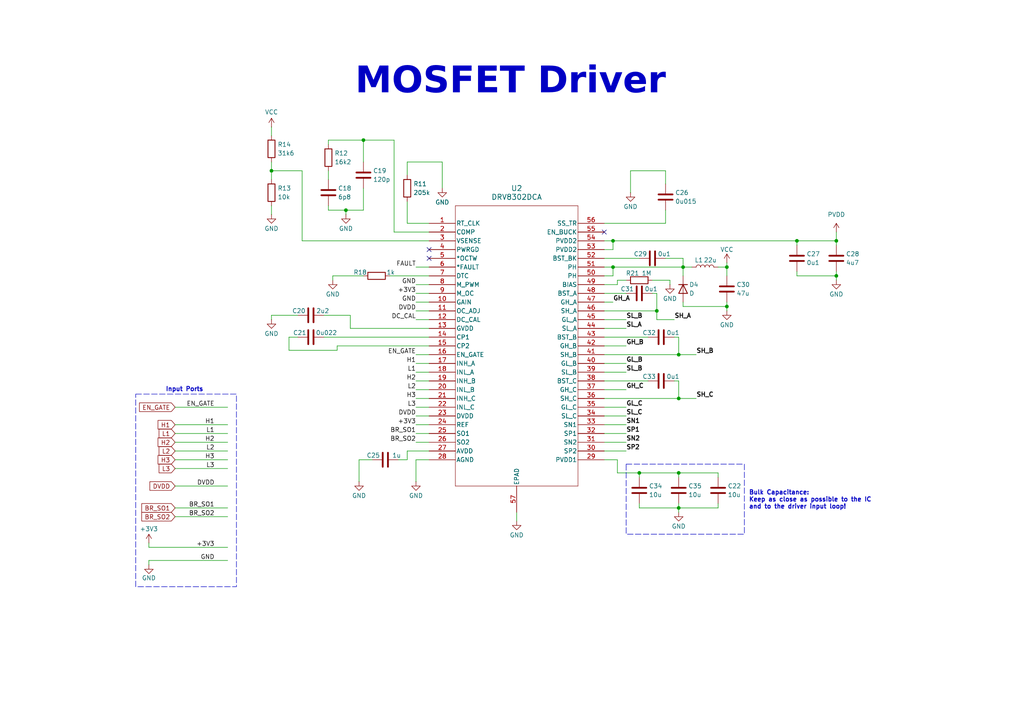
<source format=kicad_sch>
(kicad_sch (version 20231120) (generator "eeschema") (generator_version "8.0")
  (paper "A4")
  (title_block (title "MOSFET Driver") (date "2025-01-09") (rev "rev_1") (company "Alpha Amps") (comment 1 "Choaib ELMADI") (comment 2 "choaibamd@gmail.com") (comment 3 "choaib3elmadi@gmail.com") (comment 4 "+212 643 241 400"))
  (lib_symbols
    (symbol "DRV8302:DRV8302DCA" (pin_names (offset 0.254))
      (property "Reference" "U" (at 25.4 9.652 0))
      (property "Value" "DRV8302DCA" (at 25.4 7.112 0))
      (symbol "DRV8302DCA_0_1"
        (polyline (pts (xy 7.62 -76.2) (xy 43.18 -76.2)) (stroke (width 0.127)))
        (polyline (pts (xy 7.62 5.08) (xy 7.62 -76.2)) (stroke (width 0.127)))
        (polyline (pts (xy 43.18 -76.2) (xy 43.18 5.08)) (stroke (width 0.127)))
        (polyline (pts (xy 43.18 5.08) (xy 7.62 5.08)) (stroke (width 0.127)))
        (pin input line (at 0 0 0) (length 7.62) (name "RT_CLK") (number "1"))
        (pin output line (at 0 -22.86 0) (length 7.62) (name "GAIN") (number "10"))
        (pin input line (at 0 -25.4 0) (length 7.62) (name "OC_ADJ") (number "11"))
        (pin input line (at 0 -27.94 0) (length 7.62) (name "DC_CAL") (number "12"))
        (pin power_in line (at 0 -30.48 0) (length 7.62) (name "GVDD") (number "13"))
        (pin power_in line (at 0 -33.02 0) (length 7.62) (name "CP1") (number "14"))
        (pin power_in line (at 0 -35.56 0) (length 7.62) (name "CP2") (number "15"))
        (pin input line (at 0 -38.1 0) (length 7.62) (name "EN_GATE") (number "16"))
        (pin input line (at 0 -40.64 0) (length 7.62) (name "INH_A") (number "17"))
        (pin input line (at 0 -43.18 0) (length 7.62) (name "INL_A") (number "18"))
        (pin input line (at 0 -45.72 0) (length 7.62) (name "INH_B") (number "19"))
        (pin output line (at 0 -2.54 0) (length 7.62) (name "COMP") (number "2"))
        (pin input line (at 0 -48.26 0) (length 7.62) (name "INL_B") (number "20"))
        (pin input line (at 0 -50.8 0) (length 7.62) (name "INH_C") (number "21"))
        (pin input line (at 0 -53.34 0) (length 7.62) (name "INL_C") (number "22"))
        (pin power_in line (at 0 -55.88 0) (length 7.62) (name "DVDD") (number "23"))
        (pin input line (at 0 -58.42 0) (length 7.62) (name "REF") (number "24"))
        (pin output line (at 0 -60.96 0) (length 7.62) (name "SO1") (number "25"))
        (pin output line (at 0 -63.5 0) (length 7.62) (name "SO2") (number "26"))
        (pin power_in line (at 0 -66.04 0) (length 7.62) (name "AVDD") (number "27"))
        (pin power_in line (at 0 -68.58 0) (length 7.62) (name "AGND") (number "28"))
        (pin power_in line (at 50.8 -68.58 180) (length 7.62) (name "PVDD1") (number "29"))
        (pin input line (at 0 -5.08 0) (length 7.62) (name "VSENSE") (number "3"))
        (pin input line (at 50.8 -66.04 180) (length 7.62) (name "SP2") (number "30"))
        (pin input line (at 50.8 -63.5 180) (length 7.62) (name "SN2") (number "31"))
        (pin input line (at 50.8 -60.96 180) (length 7.62) (name "SP1") (number "32"))
        (pin input line (at 50.8 -58.42 180) (length 7.62) (name "SN1") (number "33"))
        (pin input line (at 50.8 -55.88 180) (length 7.62) (name "SL_C") (number "34"))
        (pin output line (at 50.8 -53.34 180) (length 7.62) (name "GL_C") (number "35"))
        (pin input line (at 50.8 -50.8 180) (length 7.62) (name "SH_C") (number "36"))
        (pin output line (at 50.8 -48.26 180) (length 7.62) (name "GH_C") (number "37"))
        (pin power_in line (at 50.8 -45.72 180) (length 7.62) (name "BST_C") (number "38"))
        (pin input line (at 50.8 -43.18 180) (length 7.62) (name "SL_B") (number "39"))
        (pin input line (at 0 -7.62 0) (length 7.62) (name "PWRGD") (number "4"))
        (pin output line (at 50.8 -40.64 180) (length 7.62) (name "GL_B") (number "40"))
        (pin input line (at 50.8 -38.1 180) (length 7.62) (name "SH_B") (number "41"))
        (pin output line (at 50.8 -35.56 180) (length 7.62) (name "GH_B") (number "42"))
        (pin power_in line (at 50.8 -33.02 180) (length 7.62) (name "BST_B") (number "43"))
        (pin input line (at 50.8 -30.48 180) (length 7.62) (name "SL_A") (number "44"))
        (pin output line (at 50.8 -27.94 180) (length 7.62) (name "GL_A") (number "45"))
        (pin input line (at 50.8 -25.4 180) (length 7.62) (name "SH_A") (number "46"))
        (pin output line (at 50.8 -22.86 180) (length 7.62) (name "GH_A") (number "47"))
        (pin power_in line (at 50.8 -20.32 180) (length 7.62) (name "BST_A") (number "48"))
        (pin input line (at 50.8 -17.78 180) (length 7.62) (name "BIAS") (number "49"))
        (pin output line (at 0 -10.16 0) (length 7.62) (name "*OCTW") (number "5"))
        (pin output line (at 50.8 -15.24 180) (length 7.62) (name "PH") (number "50"))
        (pin output line (at 50.8 -12.7 180) (length 7.62) (name "PH") (number "51"))
        (pin power_in line (at 50.8 -10.16 180) (length 7.62) (name "BST_BK") (number "52"))
        (pin power_in line (at 50.8 -7.62 180) (length 7.62) (name "PVDD2") (number "53"))
        (pin power_in line (at 50.8 -5.08 180) (length 7.62) (name "PVDD2") (number "54"))
        (pin input line (at 50.8 -2.54 180) (length 7.62) (name "EN_BUCK") (number "55"))
        (pin input line (at 50.8 0 180) (length 7.62) (name "SS_TR") (number "56"))
        (pin unspecified line (at 25.4 -83.82 90) (length 7.62) (name "EPAD") (number "57"))
        (pin output line (at 0 -12.7 0) (length 7.62) (name "*FAULT") (number "6"))
        (pin input line (at 0 -15.24 0) (length 7.62) (name "DTC") (number "7"))
        (pin input line (at 0 -17.78 0) (length 7.62) (name "M_PWM") (number "8"))
        (pin input line (at 0 -20.32 0) (length 7.62) (name "M_OC") (number "9"))
      )
    )
    (symbol "Device:C" (pin_numbers hide) (pin_names (offset 0.254))
      (property "Reference" "C" (at 0.635 2.54 0))
      (property "Value" "C" (at 0.635 -2.54 0))
      (symbol "C_0_1"
        (polyline (pts (xy -2.032 -0.762) (xy 2.032 -0.762)) (stroke (width 0.508)))
        (polyline (pts (xy -2.032 0.762) (xy 2.032 0.762)) (stroke (width 0.508)))
      )
      (symbol "C_1_1"
        (pin passive line (at 0 3.81 270) (length 2.794) (name "~") (number "1"))
        (pin passive line (at 0 -3.81 90) (length 2.794) (name "~") (number "2"))
      )
    )
    (symbol "Device:D" (pin_numbers hide) (pin_names (offset 1.016) hide)
      (property "Reference" "D" (at 0 2.54 0))
      (property "Value" "D" (at 0 -2.54 0))
      (symbol "D_0_1"
        (polyline (pts (xy -1.27 1.27) (xy -1.27 -1.27)) (stroke (width 0.254)))
        (polyline (pts (xy 1.27 0) (xy -1.27 0)))
        (polyline (pts (xy 1.27 1.27) (xy 1.27 -1.27) (xy -1.27 0) (xy 1.27 1.27)) (stroke (width 0.254)))
      )
      (symbol "D_1_1"
        (pin passive line (at -3.81 0 0) (length 2.54) (name "K") (number "1"))
        (pin passive line (at 3.81 0 180) (length 2.54) (name "A") (number "2"))
      )
    )
    (symbol "Device:L" (pin_numbers hide) (pin_names (offset 1.016) hide)
      (property "Reference" "L" (at -1.27 0 90))
      (property "Value" "L" (at 1.905 0 90))
      (symbol "L_0_1"
        (arc (start 0 -2.54) (mid 0.6323 -1.905) (end 0 -1.27))
        (arc (start 0 -1.27) (mid 0.6323 -0.635) (end 0 0))
        (arc (start 0 0) (mid 0.6323 0.635) (end 0 1.27))
        (arc (start 0 1.27) (mid 0.6323 1.905) (end 0 2.54))
      )
      (symbol "L_1_1"
        (pin passive line (at 0 3.81 270) (length 1.27) (name "1") (number "1"))
        (pin passive line (at 0 -3.81 90) (length 1.27) (name "2") (number "2"))
      )
    )
    (symbol "Device:R" (pin_numbers hide) (pin_names (offset 0))
      (property "Reference" "R" (at 2.032 0 90))
      (property "Value" "R" (at 0 0 90))
      (symbol "R_0_1"
        (rectangle (start -1.016 -2.54) (end 1.016 2.54) (stroke (width 0.254)))
      )
      (symbol "R_1_1"
        (pin passive line (at 0 3.81 270) (length 1.27) (name "~") (number "1"))
        (pin passive line (at 0 -3.81 90) (length 1.27) (name "~") (number "2"))
      )
    )
    (symbol "power:+3V3" (power) (pin_numbers hide) (pin_names (offset 0) hide)
      (property "Value" "+3V3" (at 0 3.556 0))
      (symbol "+3V3_0_1"
        (polyline (pts (xy -0.762 1.27) (xy 0 2.54)))
        (polyline (pts (xy 0 0) (xy 0 2.54)))
        (polyline (pts (xy 0 2.54) (xy 0.762 1.27)))
      )
      (symbol "+3V3_1_1"
        (pin power_in line (at 0 0 90) (length 0) (name "~") (number "1"))
      )
    )
    (symbol "power:GND" (power) (pin_numbers hide) (pin_names (offset 0) hide)
      (property "Value" "GND" (at 0 -3.81 0))
      (symbol "GND_0_1"
        (polyline (pts (xy 0 0) (xy 0 -1.27) (xy 1.27 -1.27) (xy 0 -2.54) (xy -1.27 -1.27) (xy 0 -1.27)))
      )
      (symbol "GND_1_1"
        (pin power_in line (at 0 0 270) (length 0) (name "~") (number "1"))
      )
    )
    (symbol "power:VCC" (power) (pin_numbers hide) (pin_names (offset 0) hide)
      (property "Value" "VCC" (at 0 3.556 0))
      (symbol "VCC_0_1"
        (polyline (pts (xy -0.762 1.27) (xy 0 2.54)))
        (polyline (pts (xy 0 0) (xy 0 2.54)))
        (polyline (pts (xy 0 2.54) (xy 0.762 1.27)))
      )
      (symbol "VCC_1_1"
        (pin power_in line (at 0 0 90) (length 0) (name "~") (number "1"))
      )
    )
    (symbol "power:VDD" (power) (pin_numbers hide) (pin_names (offset 0) hide)
      (property "Value" "VDD" (at 0 3.556 0))
      (symbol "VDD_0_1"
        (polyline (pts (xy -0.762 1.27) (xy 0 2.54)))
        (polyline (pts (xy 0 0) (xy 0 2.54)))
        (polyline (pts (xy 0 2.54) (xy 0.762 1.27)))
      )
      (symbol "VDD_1_1"
        (pin power_in line (at 0 0 90) (length 0) (name "~") (number "1"))
      )
    )
  )
  (junction (at 196.85 115.57))
  (junction (at 196.85 147.32))
  (junction (at 177.8 69.85))
  (junction (at 100.33 60.96))
  (junction (at 198.12 77.47))
  (junction (at 210.82 88.9))
  (junction (at 177.8 77.47))
  (junction (at 190.5 90.17))
  (junction (at 185.42 137.16))
  (junction (at 196.85 102.87))
  (junction (at 242.57 80.01))
  (junction (at 78.74 49.53))
  (junction (at 210.82 77.47))
  (junction (at 196.85 137.16))
  (junction (at 231.14 69.85))
  (junction (at 105.41 40.64))
  (junction (at 242.57 69.85))
  (no_connect (at 124.46 72.39))
  (no_connect (at 175.26 67.31))
  (no_connect (at 124.46 74.93))
  (wire (pts (xy 177.8 72.39) (xy 175.26 72.39)))
  (wire (pts (xy 96.52 80.01) (xy 105.41 80.01)))
  (wire (pts (xy 196.85 147.32) (xy 208.28 147.32)))
  (wire (pts (xy 193.04 74.93) (xy 198.12 74.93)))
  (wire (pts (xy 43.18 157.48) (xy 43.18 158.75)))
  (wire (pts (xy 175.26 95.25) (xy 181.61 95.25)))
  (wire (pts (xy 195.58 97.79) (xy 196.85 97.79)))
  (wire (pts (xy 95.25 41.91) (xy 95.25 40.64)))
  (wire (pts (xy 177.8 80.01) (xy 177.8 77.47)))
  (wire (pts (xy 185.42 146.05) (xy 185.42 147.32)))
  (wire (pts (xy 93.98 91.44) (xy 101.6 91.44)))
  (wire (pts (xy 179.07 82.55) (xy 175.26 82.55)))
  (wire (pts (xy 50.8 135.89) (xy 66.04 135.89)))
  (wire (pts (xy 120.65 110.49) (xy 124.46 110.49)))
  (wire (pts (xy 115.57 133.35) (xy 118.11 133.35)))
  (wire (pts (xy 189.23 81.28) (xy 194.31 81.28)))
  (wire (pts (xy 120.65 133.35) (xy 120.65 139.7)))
  (wire (pts (xy 208.28 138.43) (xy 208.28 137.16)))
  (wire (pts (xy 105.41 40.64) (xy 105.41 46.99)))
  (wire (pts (xy 78.74 46.99) (xy 78.74 49.53)))
  (wire (pts (xy 107.95 133.35) (xy 104.14 133.35)))
  (wire (pts (xy 118.11 46.99) (xy 128.27 46.99)))
  (wire (pts (xy 175.26 97.79) (xy 187.96 97.79)))
  (wire (pts (xy 120.65 105.41) (xy 124.46 105.41)))
  (wire (pts (xy 50.8 133.35) (xy 66.04 133.35)))
  (wire (pts (xy 193.04 64.77) (xy 193.04 60.96)))
  (wire (pts (xy 124.46 69.85) (xy 87.63 69.85)))
  (wire (pts (xy 95.25 40.64) (xy 105.41 40.64)))
  (wire (pts (xy 175.26 130.81) (xy 181.61 130.81)))
  (wire (pts (xy 50.8 125.73) (xy 66.04 125.73)))
  (wire (pts (xy 175.26 87.63) (xy 177.8 87.63)))
  (wire (pts (xy 175.26 125.73) (xy 181.61 125.73)))
  (wire (pts (xy 175.26 80.01) (xy 177.8 80.01)))
  (wire (pts (xy 175.26 110.49) (xy 187.96 110.49)))
  (wire (pts (xy 175.26 123.19) (xy 181.61 123.19)))
  (wire (pts (xy 195.58 110.49) (xy 196.85 110.49)))
  (wire (pts (xy 242.57 80.01) (xy 242.57 81.28)))
  (wire (pts (xy 95.25 49.53) (xy 95.25 52.07)))
  (wire (pts (xy 149.86 148.59) (xy 149.86 151.13)))
  (wire (pts (xy 175.26 69.85) (xy 177.8 69.85)))
  (wire (pts (xy 50.8 130.81) (xy 66.04 130.81)))
  (wire (pts (xy 105.41 60.96) (xy 100.33 60.96)))
  (wire (pts (xy 210.82 87.63) (xy 210.82 88.9)))
  (wire (pts (xy 196.85 115.57) (xy 201.93 115.57)))
  (wire (pts (xy 175.26 64.77) (xy 193.04 64.77)))
  (wire (pts (xy 182.88 49.53) (xy 182.88 55.88)))
  (wire (pts (xy 175.26 128.27) (xy 181.61 128.27)))
  (wire (pts (xy 114.3 67.31) (xy 114.3 40.64)))
  (wire (pts (xy 196.85 147.32) (xy 196.85 146.05)))
  (wire (pts (xy 78.74 49.53) (xy 78.74 52.07)))
  (wire (pts (xy 198.12 77.47) (xy 177.8 77.47)))
  (wire (pts (xy 120.65 120.65) (xy 124.46 120.65)))
  (wire (pts (xy 198.12 77.47) (xy 198.12 80.01)))
  (wire (pts (xy 120.65 90.17) (xy 124.46 90.17)))
  (wire (pts (xy 50.8 140.97) (xy 66.04 140.97)))
  (wire (pts (xy 177.8 77.47) (xy 175.26 77.47)))
  (wire (pts (xy 78.74 91.44) (xy 86.36 91.44)))
  (wire (pts (xy 93.98 97.79) (xy 124.46 97.79)))
  (wire (pts (xy 105.41 54.61) (xy 105.41 60.96)))
  (wire (pts (xy 198.12 87.63) (xy 198.12 88.9)))
  (wire (pts (xy 114.3 40.64) (xy 105.41 40.64)))
  (wire (pts (xy 120.65 82.55) (xy 124.46 82.55)))
  (wire (pts (xy 175.26 120.65) (xy 181.61 120.65)))
  (wire (pts (xy 50.8 149.86) (xy 66.04 149.86)))
  (wire (pts (xy 175.26 100.33) (xy 181.61 100.33)))
  (wire (pts (xy 231.14 71.12) (xy 231.14 69.85)))
  (wire (pts (xy 208.28 146.05) (xy 208.28 147.32)))
  (wire (pts (xy 128.27 46.99) (xy 128.27 54.61)))
  (wire (pts (xy 43.18 162.56) (xy 43.18 163.83)))
  (wire (pts (xy 50.8 147.32) (xy 66.04 147.32)))
  (wire (pts (xy 175.26 85.09) (xy 181.61 85.09)))
  (wire (pts (xy 208.28 77.47) (xy 210.82 77.47)))
  (wire (pts (xy 198.12 77.47) (xy 200.66 77.47)))
  (wire (pts (xy 50.8 128.27) (xy 66.04 128.27)))
  (wire (pts (xy 97.79 101.6) (xy 97.79 100.33)))
  (wire (pts (xy 242.57 69.85) (xy 231.14 69.85)))
  (wire (pts (xy 78.74 39.37) (xy 78.74 36.83)))
  (wire (pts (xy 97.79 100.33) (xy 124.46 100.33)))
  (wire (pts (xy 198.12 74.93) (xy 198.12 77.47)))
  (wire (pts (xy 179.07 133.35) (xy 175.26 133.35)))
  (wire (pts (xy 120.65 115.57) (xy 124.46 115.57)))
  (wire (pts (xy 196.85 138.43) (xy 196.85 137.16)))
  (wire (pts (xy 113.03 80.01) (xy 124.46 80.01)))
  (wire (pts (xy 175.26 102.87) (xy 196.85 102.87)))
  (wire (pts (xy 118.11 133.35) (xy 118.11 130.81)))
  (wire (pts (xy 120.65 85.09) (xy 124.46 85.09)))
  (wire (pts (xy 175.26 113.03) (xy 181.61 113.03)))
  (wire (pts (xy 179.07 81.28) (xy 181.61 81.28)))
  (wire (pts (xy 175.26 115.57) (xy 196.85 115.57)))
  (wire (pts (xy 210.82 88.9) (xy 210.82 90.17)))
  (wire (pts (xy 124.46 133.35) (xy 120.65 133.35)))
  (wire (pts (xy 190.5 92.71) (xy 195.58 92.71)))
  (wire (pts (xy 193.04 53.34) (xy 193.04 49.53)))
  (wire (pts (xy 242.57 71.12) (xy 242.57 69.85)))
  (wire (pts (xy 120.65 128.27) (xy 124.46 128.27)))
  (wire (pts (xy 87.63 49.53) (xy 78.74 49.53)))
  (wire (pts (xy 120.65 102.87) (xy 124.46 102.87)))
  (wire (pts (xy 120.65 77.47) (xy 124.46 77.47)))
  (wire (pts (xy 43.18 162.56) (xy 66.04 162.56)))
  (wire (pts (xy 175.26 90.17) (xy 190.5 90.17)))
  (wire (pts (xy 175.26 74.93) (xy 185.42 74.93)))
  (wire (pts (xy 101.6 91.44) (xy 101.6 95.25)))
  (wire (pts (xy 120.65 87.63) (xy 124.46 87.63)))
  (wire (pts (xy 86.36 97.79) (xy 83.82 97.79)))
  (wire (pts (xy 100.33 60.96) (xy 95.25 60.96)))
  (wire (pts (xy 50.8 118.11) (xy 66.04 118.11)))
  (wire (pts (xy 175.26 105.41) (xy 181.61 105.41)))
  (wire (pts (xy 120.65 125.73) (xy 124.46 125.73)))
  (wire (pts (xy 196.85 110.49) (xy 196.85 115.57)))
  (wire (pts (xy 196.85 147.32) (xy 196.85 148.59)))
  (wire (pts (xy 190.5 85.09) (xy 190.5 90.17)))
  (wire (pts (xy 120.65 123.19) (xy 124.46 123.19)))
  (wire (pts (xy 196.85 97.79) (xy 196.85 102.87)))
  (wire (pts (xy 120.65 113.03) (xy 124.46 113.03)))
  (wire (pts (xy 196.85 137.16) (xy 208.28 137.16)))
  (wire (pts (xy 242.57 67.31) (xy 242.57 69.85)))
  (wire (pts (xy 185.42 137.16) (xy 185.42 138.43)))
  (wire (pts (xy 231.14 80.01) (xy 242.57 80.01)))
  (wire (pts (xy 83.82 97.79) (xy 83.82 101.6)))
  (wire (pts (xy 177.8 69.85) (xy 177.8 72.39)))
  (wire (pts (xy 118.11 130.81) (xy 124.46 130.81)))
  (wire (pts (xy 177.8 69.85) (xy 231.14 69.85)))
  (wire (pts (xy 175.26 92.71) (xy 181.61 92.71)))
  (wire (pts (xy 179.07 81.28) (xy 179.07 82.55)))
  (wire (pts (xy 50.8 123.19) (xy 66.04 123.19)))
  (wire (pts (xy 120.65 107.95) (xy 124.46 107.95)))
  (wire (pts (xy 210.82 77.47) (xy 210.82 80.01)))
  (wire (pts (xy 95.25 59.69) (xy 95.25 60.96)))
  (wire (pts (xy 118.11 64.77) (xy 118.11 58.42)))
  (wire (pts (xy 198.12 88.9) (xy 210.82 88.9)))
  (wire (pts (xy 120.65 118.11) (xy 124.46 118.11)))
  (wire (pts (xy 96.52 81.28) (xy 96.52 80.01)))
  (wire (pts (xy 242.57 80.01) (xy 242.57 78.74)))
  (wire (pts (xy 196.85 137.16) (xy 185.42 137.16)))
  (wire (pts (xy 100.33 62.23) (xy 100.33 60.96)))
  (wire (pts (xy 179.07 137.16) (xy 179.07 133.35)))
  (wire (pts (xy 175.26 118.11) (xy 181.61 118.11)))
  (wire (pts (xy 185.42 147.32) (xy 196.85 147.32)))
  (wire (pts (xy 78.74 92.71) (xy 78.74 91.44)))
  (wire (pts (xy 179.07 137.16) (xy 185.42 137.16)))
  (wire (pts (xy 43.18 158.75) (xy 66.04 158.75)))
  (wire (pts (xy 83.82 101.6) (xy 97.79 101.6)))
  (wire (pts (xy 120.65 92.71) (xy 124.46 92.71)))
  (wire (pts (xy 124.46 64.77) (xy 118.11 64.77)))
  (wire (pts (xy 190.5 92.71) (xy 190.5 90.17)))
  (wire (pts (xy 194.31 81.28) (xy 194.31 82.55)))
  (wire (pts (xy 124.46 67.31) (xy 114.3 67.31)))
  (wire (pts (xy 189.23 85.09) (xy 190.5 85.09)))
  (wire (pts (xy 87.63 69.85) (xy 87.63 49.53)))
  (wire (pts (xy 175.26 107.95) (xy 181.61 107.95)))
  (wire (pts (xy 118.11 50.8) (xy 118.11 46.99)))
  (wire (pts (xy 104.14 133.35) (xy 104.14 139.7)))
  (wire (pts (xy 101.6 95.25) (xy 124.46 95.25)))
  (wire (pts (xy 193.04 49.53) (xy 182.88 49.53)))
  (wire (pts (xy 78.74 59.69) (xy 78.74 62.23)))
  (wire (pts (xy 231.14 78.74) (xy 231.14 80.01)))
  (wire (pts (xy 210.82 76.2) (xy 210.82 77.47)))
  (wire (pts (xy 196.85 102.87) (xy 201.93 102.87)))
  (rectangle (start 181.61 134.62) (end 215.9 154.94) (stroke (width 0) (type dash)))
  (rectangle (start 39.37 114.3) (end 68.58 170.18) (stroke (width 0) (type dash)))
  (text "Bulk Capacitance:\nKeep as close as possible to the IC\nand to the driver input loop!" (at 217.17 142.24 0) (effects (font (size 1.27 1.27) (thickness 0.254) (bold yes)) (justify left top)))
  (text "Input Ports" (at 48.006 112.268 0) (effects (font (size 1.27 1.27) (thickness 0.254) (bold yes)) (justify left top)))
  (text "${TITLE}" (at 148.082 21.336 0) (effects (font (size 7.62 7.62) (thickness 0.762) (bold yes)) (justify top)))
  (label "SL_B" (at 181.61 107.95 0) (effects (font (thickness 0.254) (bold yes))))
  (label "SP2" (at 181.61 130.81 0) (effects (font (thickness 0.254) (bold yes))))
  (label "GND" (at 120.65 82.55 180))
  (label "EN_GATE" (at 62.23 118.11 180))
  (label "BR_SO2" (at 120.65 128.27 180) (effects (font (thickness 0.1588))))
  (label "SH_B" (at 201.93 102.87 0) (effects (font (thickness 0.254) (bold yes))))
  (label "SN2" (at 181.61 128.27 0) (effects (font (thickness 0.254) (bold yes))))
  (label "SH_C" (at 201.93 115.57 0) (effects (font (thickness 0.254) (bold yes))))
  (label "GL_B" (at 181.61 105.41 0) (effects (font (thickness 0.254) (bold yes))))
  (label "DVDD" (at 120.65 90.17 180))
  (label "H1" (at 62.23 123.19 180) (effects (font (thickness 0.1588))))
  (label "L1" (at 62.23 125.73 180) (effects (font (thickness 0.1588))))
  (label "+3V3" (at 120.65 85.09 180))
  (label "EN_GATE" (at 120.65 102.87 180))
  (label "H3" (at 62.23 133.35 180) (effects (font (thickness 0.1588))))
  (label "BR_SO1" (at 120.65 125.73 180) (effects (font (thickness 0.1588))))
  (label "GH_A" (at 177.8 87.63 0) (effects (font (thickness 0.254) (bold yes))))
  (label "SL_C" (at 181.61 120.65 0) (effects (font (thickness 0.254) (bold yes))))
  (label "H2" (at 62.23 128.27 180) (effects (font (thickness 0.1588))))
  (label "SH_A" (at 195.58 92.71 0) (effects (font (thickness 0.254) (bold yes))))
  (label "H2" (at 120.65 110.49 180) (effects (font (thickness 0.1588))))
  (label "L2" (at 62.23 130.81 180) (effects (font (thickness 0.1588))))
  (label "H3" (at 120.65 115.57 180) (effects (font (thickness 0.1588))))
  (label "DC_CAL" (at 120.65 92.71 180))
  (label "+3V3" (at 120.65 123.19 180))
  (label "GH_B" (at 181.61 100.33 0) (effects (font (thickness 0.254) (bold yes))))
  (label "L3" (at 120.65 118.11 180) (effects (font (thickness 0.1588))))
  (label "DVDD" (at 120.65 120.65 180))
  (label "GND" (at 62.23 162.56 180))
  (label "GND" (at 120.65 87.63 180))
  (label "SL_B" (at 181.61 92.71 0) (effects (font (thickness 0.254) (bold yes))))
  (label "BR_SO2" (at 62.23 149.86 180) (effects (font (thickness 0.1588))))
  (label "FAULT" (at 120.65 77.47 180))
  (label "H1" (at 120.65 105.41 180) (effects (font (thickness 0.1588))))
  (label "L3" (at 62.23 135.89 180) (effects (font (thickness 0.1588))))
  (label "SN1" (at 181.61 123.19 0) (effects (font (thickness 0.254) (bold yes))))
  (label "+3V3" (at 62.23 158.75 180))
  (label "GH_C" (at 181.61 113.03 0) (effects (font (thickness 0.254) (bold yes))))
  (label "L2" (at 120.65 113.03 180) (effects (font (thickness 0.1588))))
  (label "SL_A" (at 181.61 95.25 0) (effects (font (thickness 0.254) (bold yes))))
  (label "DVDD" (at 62.23 140.97 180))
  (label "L1" (at 120.65 107.95 180) (effects (font (thickness 0.1588))))
  (label "GL_C" (at 181.61 118.11 0) (effects (font (thickness 0.254) (bold yes))))
  (label "BR_SO1" (at 62.23 147.32 180) (effects (font (thickness 0.1588))))
  (label "SP1" (at 181.61 125.73 0) (effects (font (thickness 0.254) (bold yes))))
  (global_label "DVDD" (shape input) (at 50.8 140.97 180) (property "Intersheetrefs" "${INTERSHEET_REFS}" (effects (hide yes))))
  (global_label "H2" (shape input) (at 50.8 128.27 180) (property "Intersheetrefs" "${INTERSHEET_REFS}" (effects (hide yes))))
  (global_label "L3" (shape input) (at 50.8 135.89 180) (property "Intersheetrefs" "${INTERSHEET_REFS}" (effects (hide yes))))
  (global_label "EN_GATE" (shape input) (at 50.8 118.11 180) (property "Intersheetrefs" "${INTERSHEET_REFS}" (effects (hide yes))))
  (global_label "L1" (shape input) (at 50.8 125.73 180) (property "Intersheetrefs" "${INTERSHEET_REFS}" (effects (hide yes))))
  (global_label "H3" (shape input) (at 50.8 133.35 180) (property "Intersheetrefs" "${INTERSHEET_REFS}" (effects (hide yes))))
  (global_label "H1" (shape input) (at 50.8 123.19 180) (property "Intersheetrefs" "${INTERSHEET_REFS}" (effects (hide yes))))
  (global_label "BR_SO2" (shape input) (at 50.8 149.86 180) (property "Intersheetrefs" "${INTERSHEET_REFS}" (effects (hide yes))))
  (global_label "BR_SO1" (shape input) (at 50.8 147.32 180) (property "Intersheetrefs" "${INTERSHEET_REFS}" (effects (hide yes))))
  (global_label "L2" (shape input) (at 50.8 130.81 180) (property "Intersheetrefs" "${INTERSHEET_REFS}" (effects (hide yes))))
  (symbol (lib_id "Device:C") (at 242.57 74.93 0) (unit 1)
    (property "Reference" "C28" (at 245.364 73.66 0) (effects (justify left)))
    (property "Value" "4u7" (at 245.364 76.2 0) (effects (justify left)))
    (property "Description" "Unpolarized capacitor" (effects (hide yes)))
  )
  (symbol (lib_id "power:GND") (at 100.33 62.23 0) (unit 1)
    (property "Reference" "#PWR027" (effects (hide yes)))
    (property "Value" "GND" (at 100.33 66.294 0))
    (property "Description" "Power symbol creates a global label with name \"GND\" , ground" (effects (hide yes)))
  )
  (symbol (lib_id "Device:C") (at 185.42 85.09 90) (unit 1)
    (property "Reference" "C31" (at 183.896 83.82 90) (effects (justify left)))
    (property "Value" "0u1" (at 190.754 83.82 90) (effects (justify left)))
    (property "Description" "Unpolarized capacitor" (effects (hide yes)))
  )
  (symbol (lib_id "power:GND") (at 78.74 62.23 0) (unit 1)
    (property "Reference" "#PWR028" (effects (hide yes)))
    (property "Value" "GND" (at 78.74 66.294 0))
    (property "Description" "Power symbol creates a global label with name \"GND\" , ground" (effects (hide yes)))
  )
  (symbol (lib_id "power:GND") (at 149.86 151.13 0) (unit 1)
    (property "Reference" "#PWR036" (effects (hide yes)))
    (property "Value" "GND" (at 149.86 155.194 0))
    (property "Description" "Power symbol creates a global label with name \"GND\" , ground" (effects (hide yes)))
  )
  (symbol (lib_id "power:GND") (at 128.27 54.61 0) (unit 1)
    (property "Reference" "#PWR026" (effects (hide yes)))
    (property "Value" "GND" (at 128.27 58.674 0))
    (property "Description" "Power symbol creates a global label with name \"GND\" , ground" (effects (hide yes)))
  )
  (symbol (lib_id "Device:C") (at 111.76 133.35 90) (unit 1)
    (property "Reference" "C25" (at 110.236 132.08 90) (effects (justify left)))
    (property "Value" "1u" (at 116.332 132.08 90) (effects (justify left)))
    (property "Description" "Unpolarized capacitor" (effects (hide yes)))
  )
  (symbol (lib_id "Device:C") (at 90.17 91.44 90) (unit 1)
    (property "Reference" "C20" (at 88.646 90.17 90) (effects (justify left)))
    (property "Value" "2u2" (at 95.504 90.17 90) (effects (justify left)))
    (property "Description" "Unpolarized capacitor" (effects (hide yes)))
  )
  (symbol (lib_id "Device:C") (at 191.77 110.49 90) (unit 1)
    (property "Reference" "C33" (at 190.246 109.22 90) (effects (justify left)))
    (property "Value" "0u1" (at 197.104 109.22 90) (effects (justify left)))
    (property "Description" "Unpolarized capacitor" (effects (hide yes)))
  )
  (symbol (lib_id "power:+3V3") (at 43.18 157.48 0) (unit 1)
    (property "Reference" "#PWR032" (effects (hide yes)))
    (property "Value" "+3V3" (at 43.18 153.416 0))
    (property "Description" "Power symbol creates a global label with name \"+3V3\"" (effects (hide yes)))
  )
  (symbol (lib_id "DRV8302:DRV8302DCA") (at 124.46 64.77 0) (unit 1)
    (property "Reference" "U2" (at 149.86 54.61 0) (effects (font (size 1.524 1.524))))
    (property "Value" "DRV8302DCA" (at 149.86 57.15 0) (effects (font (size 1.524 1.524))))
    (property "Footprint" "DCA56_6P35X3P61" (effects (hide yes)))
    (property "Datasheet" "DRV8302DCA" (effects (hide yes)))
  )
  (symbol (lib_id "Device:D") (at 198.12 83.82 270) (unit 1)
    (property "Reference" "D4" (at 199.898 82.55 90) (effects (justify left)))
    (property "Value" "D" (at 199.898 85.09 90) (effects (justify left)))
    (property "Description" "Diode" (effects (hide yes)))
    (property "Sim.Device" "D" (effects (hide yes)))
    (property "Sim.Pins" "1=K 2=A" (effects (hide yes)))
  )
  (symbol (lib_id "Device:C") (at 196.85 142.24 0) (unit 1)
    (property "Reference" "C35" (at 199.644 140.97 0) (effects (justify left)))
    (property "Value" "10u" (at 199.644 143.51 0) (effects (justify left)))
    (property "Description" "Unpolarized capacitor" (effects (hide yes)))
  )
  (symbol (lib_id "power:VCC") (at 210.82 76.2 0) (unit 1)
    (property "Reference" "#PWR041" (effects (hide yes)))
    (property "Value" "VCC" (at 210.82 72.39 0))
    (property "Description" "Power symbol creates a global label with name \"VCC\"" (effects (hide yes)))
  )
  (symbol (lib_id "Device:C") (at 105.41 50.8 0) (unit 1)
    (property "Reference" "C19" (at 108.204 49.53 0) (effects (justify left)))
    (property "Value" "120p" (at 108.204 52.07 0) (effects (justify left)))
    (property "Description" "Unpolarized capacitor" (effects (hide yes)))
  )
  (symbol (lib_id "Device:L") (at 204.47 77.47 90) (unit 1)
    (property "Reference" "L1" (at 202.692 75.438 90))
    (property "Value" "22u" (at 205.994 75.438 90))
    (property "Description" "Inductor" (effects (hide yes)))
  )
  (symbol (lib_id "Device:C") (at 208.28 142.24 0) (unit 1)
    (property "Reference" "C22" (at 211.074 140.97 0) (effects (justify left)))
    (property "Value" "10u" (at 211.074 143.51 0) (effects (justify left)))
    (property "Description" "Unpolarized capacitor" (effects (hide yes)))
  )
  (symbol (lib_id "Device:C") (at 191.77 97.79 90) (unit 1)
    (property "Reference" "C32" (at 190.246 96.52 90) (effects (justify left)))
    (property "Value" "0u1" (at 197.104 96.52 90) (effects (justify left)))
    (property "Description" "Unpolarized capacitor" (effects (hide yes)))
  )
  (symbol (lib_id "Device:R") (at 95.25 45.72 0) (unit 1)
    (property "Reference" "R12" (at 97.028 44.45 0) (effects (justify left)))
    (property "Value" "16k2" (at 97.028 46.99 0) (effects (justify left)))
    (property "Description" "Resistor" (effects (hide yes)))
  )
  (symbol (lib_id "power:GND") (at 210.82 90.17 0) (unit 1)
    (property "Reference" "#PWR040" (effects (hide yes)))
    (property "Value" "GND" (at 210.82 94.234 0))
    (property "Description" "Power symbol creates a global label with name \"GND\" , ground" (effects (hide yes)))
  )
  (symbol (lib_id "Device:R") (at 185.42 81.28 90) (unit 1)
    (property "Reference" "R21" (at 185.42 79.248 90) (effects (justify left)))
    (property "Value" "1M" (at 188.976 79.248 90) (effects (justify left)))
    (property "Description" "Resistor" (effects (hide yes)))
  )
  (symbol (lib_id "Device:C") (at 231.14 74.93 0) (unit 1)
    (property "Reference" "C27" (at 233.934 73.66 0) (effects (justify left)))
    (property "Value" "0u1" (at 233.934 76.2 0) (effects (justify left)))
    (property "Description" "Unpolarized capacitor" (effects (hide yes)))
  )
  (symbol (lib_id "Device:R") (at 109.22 80.01 90) (unit 1)
    (property "Reference" "R18" (at 106.426 78.994 90) (effects (justify left)))
    (property "Value" "1k" (at 114.554 78.994 90) (effects (justify left)))
    (property "Description" "Resistor" (effects (hide yes)))
  )
  (symbol (lib_id "Device:C") (at 185.42 142.24 0) (unit 1)
    (property "Reference" "C34" (at 188.214 140.97 0) (effects (justify left)))
    (property "Value" "10u" (at 188.214 143.51 0) (effects (justify left)))
    (property "Description" "Unpolarized capacitor" (effects (hide yes)))
  )
  (symbol (lib_id "power:VCC") (at 78.74 36.83 0) (unit 1)
    (property "Reference" "#PWR029" (effects (hide yes)))
    (property "Value" "VCC" (at 78.74 32.512 0))
    (property "Description" "Power symbol creates a global label with name \"VCC\"" (effects (hide yes)))
  )
  (symbol (lib_id "Device:C") (at 90.17 97.79 90) (unit 1)
    (property "Reference" "C21" (at 88.9 96.52 90) (effects (justify left)))
    (property "Value" "0u022" (at 97.79 96.52 90) (effects (justify left)))
    (property "Description" "Unpolarized capacitor" (effects (hide yes)))
  )
  (symbol (lib_id "power:GND") (at 120.65 139.7 0) (unit 1)
    (property "Reference" "#PWR035" (effects (hide yes)))
    (property "Value" "GND" (at 120.65 143.764 0))
    (property "Description" "Power symbol creates a global label with name \"GND\" , ground" (effects (hide yes)))
  )
  (symbol (lib_id "Device:R") (at 78.74 43.18 0) (unit 1)
    (property "Reference" "R14" (at 80.518 41.91 0) (effects (justify left)))
    (property "Value" "31k6" (at 80.518 44.45 0) (effects (justify left)))
    (property "Description" "Resistor" (effects (hide yes)))
  )
  (symbol (lib_id "power:GND") (at 104.14 139.7 0) (unit 1)
    (property "Reference" "#PWR034" (effects (hide yes)))
    (property "Value" "GND" (at 104.14 143.764 0))
    (property "Description" "Power symbol creates a global label with name \"GND\" , ground" (effects (hide yes)))
  )
  (symbol (lib_id "power:GND") (at 43.18 163.83 0) (unit 1)
    (property "Reference" "#PWR033" (effects (hide yes)))
    (property "Value" "GND" (at 43.18 167.64 0))
    (property "Description" "Power symbol creates a global label with name \"GND\" , ground" (effects (hide yes)))
  )
  (symbol (lib_id "Device:R") (at 78.74 55.88 0) (unit 1)
    (property "Reference" "R13" (at 80.518 54.61 0) (effects (justify left)))
    (property "Value" "10k" (at 80.518 57.15 0) (effects (justify left)))
    (property "Description" "Resistor" (effects (hide yes)))
  )
  (symbol (lib_id "power:VDD") (at 242.57 67.31 0) (unit 1)
    (property "Reference" "#PWR039" (effects (hide yes)))
    (property "Value" "PVDD" (at 242.57 62.23 0))
    (property "Description" "Power symbol creates a global label with name \"VDD\"" (effects (hide yes)))
  )
  (symbol (lib_id "power:GND") (at 96.52 81.28 0) (unit 1)
    (property "Reference" "#PWR030" (effects (hide yes)))
    (property "Value" "GND" (at 96.52 85.344 0))
    (property "Description" "Power symbol creates a global label with name \"GND\" , ground" (effects (hide yes)))
  )
  (symbol (lib_id "power:GND") (at 242.57 81.28 0) (unit 1)
    (property "Reference" "#PWR038" (effects (hide yes)))
    (property "Value" "GND" (at 242.57 85.344 0))
    (property "Description" "Power symbol creates a global label with name \"GND\" , ground" (effects (hide yes)))
  )
  (symbol (lib_id "Device:C") (at 95.25 55.88 0) (unit 1)
    (property "Reference" "C18" (at 98.044 54.61 0) (effects (justify left)))
    (property "Value" "6p8" (at 98.044 57.15 0) (effects (justify left)))
    (property "Description" "Unpolarized capacitor" (effects (hide yes)))
  )
  (symbol (lib_id "power:GND") (at 196.85 148.59 0) (unit 1)
    (property "Reference" "#PWR044" (effects (hide yes)))
    (property "Value" "GND" (at 196.85 152.654 0))
    (property "Description" "Power symbol creates a global label with name \"GND\" , ground" (effects (hide yes)))
  )
  (symbol (lib_id "Device:R") (at 118.11 54.61 0) (unit 1)
    (property "Reference" "R11" (at 119.888 53.34 0) (effects (justify left)))
    (property "Value" "205k" (at 119.888 55.88 0) (effects (justify left)))
    (property "Description" "Resistor" (effects (hide yes)))
  )
  (symbol (lib_id "power:GND") (at 194.31 82.55 0) (mirror y) (unit 1)
    (property "Reference" "#PWR042" (effects (hide yes)))
    (property "Value" "GND" (at 194.31 86.614 0))
    (property "Description" "Power symbol creates a global label with name \"GND\" , ground" (effects (hide yes)))
  )
  (symbol (lib_id "power:GND") (at 182.88 55.88 0) (unit 1)
    (property "Reference" "#PWR037" (effects (hide yes)))
    (property "Value" "GND" (at 182.88 59.944 0))
    (property "Description" "Power symbol creates a global label with name \"GND\" , ground" (effects (hide yes)))
  )
  (symbol (lib_id "power:GND") (at 78.74 92.71 0) (unit 1)
    (property "Reference" "#PWR031" (effects (hide yes)))
    (property "Value" "GND" (at 78.74 96.774 0))
    (property "Description" "Power symbol creates a global label with name \"GND\" , ground" (effects (hide yes)))
  )
  (symbol (lib_id "Device:C") (at 210.82 83.82 0) (unit 1)
    (property "Reference" "C30" (at 213.614 82.55 0) (effects (justify left)))
    (property "Value" "47u" (at 213.614 85.09 0) (effects (justify left)))
    (property "Description" "Unpolarized capacitor" (effects (hide yes)))
  )
  (symbol (lib_id "Device:C") (at 189.23 74.93 90) (unit 1)
    (property "Reference" "C29" (at 187.706 73.66 90) (effects (justify left)))
    (property "Value" "0u1" (at 194.564 73.66 90) (effects (justify left)))
    (property "Description" "Unpolarized capacitor" (effects (hide yes)))
  )
  (symbol (lib_id "Device:C") (at 193.04 57.15 0) (unit 1)
    (property "Reference" "C26" (at 195.834 55.88 0) (effects (justify left)))
    (property "Value" "0u015" (at 195.834 58.42 0) (effects (justify left)))
    (property "Description" "Unpolarized capacitor" (effects (hide yes)))
  )
)
</source>
